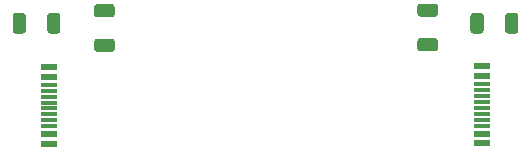
<source format=gtp>
G04 #@! TF.GenerationSoftware,KiCad,Pcbnew,(5.1.10-1-10_14)*
G04 #@! TF.CreationDate,2021-07-13T22:04:03-07:00*
G04 #@! TF.ProjectId,Synapse,53796e61-7073-4652-9e6b-696361645f70,rev?*
G04 #@! TF.SameCoordinates,Original*
G04 #@! TF.FileFunction,Paste,Top*
G04 #@! TF.FilePolarity,Positive*
%FSLAX46Y46*%
G04 Gerber Fmt 4.6, Leading zero omitted, Abs format (unit mm)*
G04 Created by KiCad (PCBNEW (5.1.10-1-10_14)) date 2021-07-13 22:04:03*
%MOMM*%
%LPD*%
G01*
G04 APERTURE LIST*
%ADD10R,1.450000X0.300000*%
%ADD11R,1.450000X0.600000*%
G04 APERTURE END LIST*
G36*
G01*
X143342198Y-72143000D02*
X144592202Y-72143000D01*
G75*
G02*
X144842200Y-72392998I0J-249998D01*
G01*
X144842200Y-73018002D01*
G75*
G02*
X144592202Y-73268000I-249998J0D01*
G01*
X143342198Y-73268000D01*
G75*
G02*
X143092200Y-73018002I0J249998D01*
G01*
X143092200Y-72392998D01*
G75*
G02*
X143342198Y-72143000I249998J0D01*
G01*
G37*
G36*
G01*
X143342198Y-75068000D02*
X144592202Y-75068000D01*
G75*
G02*
X144842200Y-75317998I0J-249998D01*
G01*
X144842200Y-75943002D01*
G75*
G02*
X144592202Y-76193000I-249998J0D01*
G01*
X143342198Y-76193000D01*
G75*
G02*
X143092200Y-75943002I0J249998D01*
G01*
X143092200Y-75317998D01*
G75*
G02*
X143342198Y-75068000I249998J0D01*
G01*
G37*
G36*
G01*
X170723398Y-72092200D02*
X171973402Y-72092200D01*
G75*
G02*
X172223400Y-72342198I0J-249998D01*
G01*
X172223400Y-72967202D01*
G75*
G02*
X171973402Y-73217200I-249998J0D01*
G01*
X170723398Y-73217200D01*
G75*
G02*
X170473400Y-72967202I0J249998D01*
G01*
X170473400Y-72342198D01*
G75*
G02*
X170723398Y-72092200I249998J0D01*
G01*
G37*
G36*
G01*
X170723398Y-75017200D02*
X171973402Y-75017200D01*
G75*
G02*
X172223400Y-75267198I0J-249998D01*
G01*
X172223400Y-75892202D01*
G75*
G02*
X171973402Y-76142200I-249998J0D01*
G01*
X170723398Y-76142200D01*
G75*
G02*
X170473400Y-75892202I0J249998D01*
G01*
X170473400Y-75267198D01*
G75*
G02*
X170723398Y-75017200I249998J0D01*
G01*
G37*
G36*
G01*
X139126800Y-74386602D02*
X139126800Y-73136598D01*
G75*
G02*
X139376798Y-72886600I249998J0D01*
G01*
X140001802Y-72886600D01*
G75*
G02*
X140251800Y-73136598I0J-249998D01*
G01*
X140251800Y-74386602D01*
G75*
G02*
X140001802Y-74636600I-249998J0D01*
G01*
X139376798Y-74636600D01*
G75*
G02*
X139126800Y-74386602I0J249998D01*
G01*
G37*
G36*
G01*
X136201800Y-74386602D02*
X136201800Y-73136598D01*
G75*
G02*
X136451798Y-72886600I249998J0D01*
G01*
X137076802Y-72886600D01*
G75*
G02*
X137326800Y-73136598I0J-249998D01*
G01*
X137326800Y-74386602D01*
G75*
G02*
X137076802Y-74636600I-249998J0D01*
G01*
X136451798Y-74636600D01*
G75*
G02*
X136201800Y-74386602I0J249998D01*
G01*
G37*
G36*
G01*
X176087200Y-73136598D02*
X176087200Y-74386602D01*
G75*
G02*
X175837202Y-74636600I-249998J0D01*
G01*
X175212198Y-74636600D01*
G75*
G02*
X174962200Y-74386602I0J249998D01*
G01*
X174962200Y-73136598D01*
G75*
G02*
X175212198Y-72886600I249998J0D01*
G01*
X175837202Y-72886600D01*
G75*
G02*
X176087200Y-73136598I0J-249998D01*
G01*
G37*
G36*
G01*
X179012200Y-73136598D02*
X179012200Y-74386602D01*
G75*
G02*
X178762202Y-74636600I-249998J0D01*
G01*
X178137198Y-74636600D01*
G75*
G02*
X177887200Y-74386602I0J249998D01*
G01*
X177887200Y-73136598D01*
G75*
G02*
X178137198Y-72886600I249998J0D01*
G01*
X178762202Y-72886600D01*
G75*
G02*
X179012200Y-73136598I0J-249998D01*
G01*
G37*
D10*
X139274600Y-80471200D03*
X139274600Y-82471200D03*
X139274600Y-81971200D03*
X139274600Y-81471200D03*
X139274600Y-80971200D03*
X139274600Y-79971200D03*
X139274600Y-79471200D03*
X139274600Y-78971200D03*
D11*
X139274600Y-83971200D03*
X139274600Y-83171200D03*
X139274600Y-78271200D03*
X139274600Y-77471200D03*
X139274600Y-77471200D03*
X139274600Y-78271200D03*
X139274600Y-83171200D03*
X139274600Y-83971200D03*
X175939400Y-77420400D03*
X175939400Y-78220400D03*
X175939400Y-83120400D03*
X175939400Y-83920400D03*
X175939400Y-83920400D03*
X175939400Y-83120400D03*
X175939400Y-78220400D03*
X175939400Y-77420400D03*
D10*
X175939400Y-82420400D03*
X175939400Y-81920400D03*
X175939400Y-81420400D03*
X175939400Y-80420400D03*
X175939400Y-79920400D03*
X175939400Y-79420400D03*
X175939400Y-78920400D03*
X175939400Y-80920400D03*
M02*

</source>
